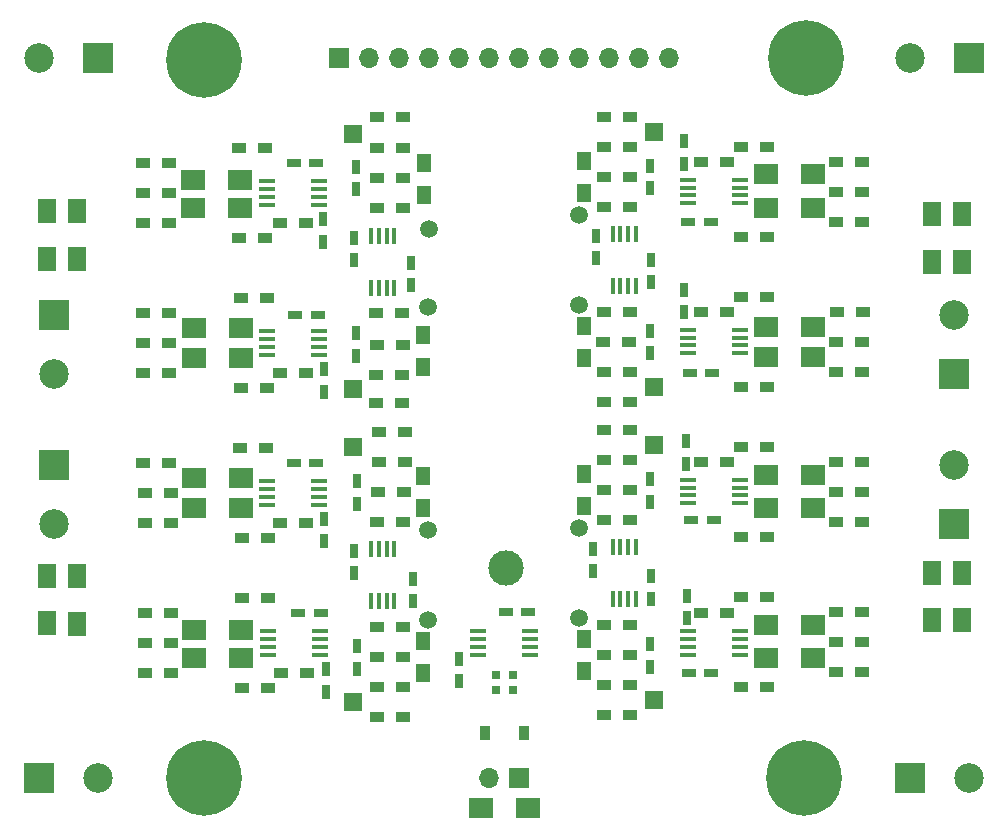
<source format=gbr>
G04 #@! TF.FileFunction,Soldermask,Top*
%FSLAX46Y46*%
G04 Gerber Fmt 4.6, Leading zero omitted, Abs format (unit mm)*
G04 Created by KiCad (PCBNEW 4.0.6) date Fri Mar 31 14:00:58 2017*
%MOMM*%
%LPD*%
G01*
G04 APERTURE LIST*
%ADD10C,0.088900*%
%ADD11R,1.450000X0.450000*%
%ADD12R,1.200000X0.900000*%
%ADD13R,1.600000X2.000000*%
%ADD14R,2.000000X1.700000*%
%ADD15R,1.200000X0.750000*%
%ADD16R,0.450000X1.450000*%
%ADD17R,0.900000X1.200000*%
%ADD18R,0.640000X0.700000*%
%ADD19R,1.700000X1.700000*%
%ADD20O,1.700000X1.700000*%
%ADD21C,6.400000*%
%ADD22R,1.500000X1.500000*%
%ADD23C,1.500000*%
%ADD24C,3.000000*%
%ADD25R,0.750000X1.200000*%
%ADD26R,1.300000X1.500000*%
%ADD27C,2.500000*%
%ADD28R,2.500000X2.500000*%
G04 APERTURE END LIST*
D10*
D11*
X147660000Y-126025000D03*
X147660000Y-126675000D03*
X147660000Y-127325000D03*
X147660000Y-127975000D03*
X152060000Y-127975000D03*
X152060000Y-127325000D03*
X152060000Y-126675000D03*
X152060000Y-126025000D03*
D12*
X169884999Y-105282997D03*
X172084999Y-105282997D03*
D13*
X113665000Y-90456000D03*
X113665000Y-94456000D03*
D12*
X121496000Y-86360000D03*
X119296000Y-86360000D03*
X130853000Y-104140000D03*
X133053000Y-104140000D03*
D14*
X127603000Y-113029999D03*
X123603000Y-113029999D03*
D15*
X133919000Y-111760000D03*
X132019000Y-111760000D03*
D12*
X119422999Y-124460000D03*
X121622999Y-124460000D03*
D16*
X140542080Y-119031548D03*
X139892080Y-119031548D03*
X139242080Y-119031548D03*
X138592080Y-119031548D03*
X138592080Y-123431548D03*
X139242080Y-123431548D03*
X139892080Y-123431548D03*
X140542080Y-123431548D03*
D11*
X169839999Y-102447998D03*
X169839999Y-101797998D03*
X169839999Y-101147998D03*
X169839999Y-100497998D03*
X165439999Y-100497998D03*
X165439999Y-101147998D03*
X165439999Y-101797998D03*
X165439999Y-102447998D03*
D12*
X177970001Y-124332999D03*
X180170001Y-124332999D03*
D17*
X151510000Y-134620000D03*
X148210000Y-134620000D03*
D18*
X150560000Y-129740500D03*
X149160000Y-129740500D03*
X149160000Y-130990500D03*
X150560000Y-130990500D03*
D19*
X151130000Y-138430000D03*
D20*
X148590000Y-138430000D03*
D21*
X175387000Y-77470000D03*
X124460000Y-77597000D03*
X175260000Y-138430000D03*
X124460000Y-138430000D03*
D19*
X135890001Y-77470000D03*
D20*
X138430001Y-77470000D03*
X140970001Y-77470000D03*
X143510001Y-77470000D03*
X146050001Y-77470000D03*
X148590001Y-77470000D03*
X151130001Y-77470000D03*
X153670001Y-77470000D03*
X156210001Y-77470000D03*
X158750001Y-77470000D03*
X161290001Y-77470000D03*
X163830001Y-77470000D03*
D22*
X137066180Y-83908953D03*
D23*
X143510000Y-91948000D03*
D22*
X137066180Y-105498947D03*
D23*
X143416182Y-98513948D03*
D22*
X137027087Y-110436549D03*
D23*
X143377082Y-117421552D03*
D22*
X137027082Y-132026546D03*
D23*
X143377082Y-125041550D03*
D22*
X162557509Y-131861607D03*
D23*
X156207512Y-124876607D03*
D22*
X162557511Y-110271612D03*
D23*
X156207510Y-117256614D03*
D22*
X162544473Y-105326266D03*
D23*
X156194471Y-98341265D03*
D22*
X162544471Y-83736263D03*
D23*
X156194478Y-90721268D03*
D14*
X151860000Y-140970000D03*
X147860000Y-140970000D03*
D24*
X149987000Y-120650000D03*
D12*
X160469469Y-87546264D03*
X158269469Y-87546264D03*
X158269472Y-90086264D03*
X160469472Y-90086264D03*
X169884999Y-92582997D03*
X172084999Y-92582997D03*
X177970000Y-88772999D03*
X180170000Y-88772999D03*
X177970002Y-86233001D03*
X180170002Y-86233001D03*
X160469476Y-85006261D03*
X158269476Y-85006261D03*
X158269472Y-82466266D03*
X160469472Y-82466266D03*
X168740000Y-86232999D03*
X166540000Y-86232999D03*
X172084999Y-84962997D03*
X169884999Y-84962997D03*
X180170001Y-91313001D03*
X177970001Y-91313001D03*
X160448973Y-101516263D03*
X158248973Y-101516263D03*
X158269474Y-98976268D03*
X160469474Y-98976268D03*
X177970002Y-101473004D03*
X180170002Y-101473004D03*
X178013000Y-98932998D03*
X180213000Y-98932998D03*
X160469476Y-104056265D03*
X158269476Y-104056265D03*
X158269470Y-106596266D03*
X160469470Y-106596266D03*
X168740000Y-98933002D03*
X166540000Y-98933002D03*
X172084999Y-97663000D03*
X169884999Y-97663000D03*
X180170000Y-104012999D03*
X177970000Y-104012999D03*
X160482513Y-114081614D03*
X158282513Y-114081614D03*
X158282508Y-116621613D03*
X160482508Y-116621613D03*
X169884999Y-117982997D03*
X172084999Y-117982997D03*
X177970000Y-114173000D03*
X180170000Y-114173000D03*
X177970002Y-111633001D03*
X180170002Y-111633001D03*
X160482508Y-111541613D03*
X158282508Y-111541613D03*
X158282515Y-109001612D03*
X160482515Y-109001612D03*
X168739999Y-111633002D03*
X166539999Y-111633002D03*
X172084999Y-110362997D03*
X169884999Y-110362997D03*
X180170002Y-116712999D03*
X177970002Y-116712999D03*
X160482508Y-128051611D03*
X158282508Y-128051611D03*
X158282509Y-125511613D03*
X160482509Y-125511613D03*
X169884999Y-130682997D03*
X172084999Y-130682997D03*
X177969999Y-126873000D03*
X180169999Y-126873000D03*
X160482509Y-130591608D03*
X158282509Y-130591608D03*
X158282516Y-133131611D03*
X160482516Y-133131611D03*
X168740000Y-124460000D03*
X166540000Y-124460000D03*
X172084999Y-123062999D03*
X169884999Y-123062999D03*
X180169998Y-129412999D03*
X177969998Y-129412999D03*
X139102082Y-128216547D03*
X141302082Y-128216547D03*
X141302084Y-125676549D03*
X139102084Y-125676549D03*
X129835000Y-123189999D03*
X127635000Y-123189999D03*
X121622999Y-127000001D03*
X119422999Y-127000001D03*
X121622997Y-129540001D03*
X119422997Y-129540001D03*
X139081585Y-130756548D03*
X141281585Y-130756548D03*
X141302082Y-133296546D03*
X139102082Y-133296546D03*
X130980000Y-129540000D03*
X133180000Y-129540000D03*
X127635000Y-130810003D03*
X129835000Y-130810003D03*
X139186086Y-114246552D03*
X141386086Y-114246552D03*
X141305515Y-116786549D03*
X139105515Y-116786549D03*
X129708002Y-110490006D03*
X127508002Y-110490006D03*
X121623001Y-114300002D03*
X119423001Y-114300002D03*
X121623000Y-116840000D03*
X119423000Y-116840000D03*
X139229081Y-111706552D03*
X141429081Y-111706552D03*
X141429083Y-109166550D03*
X139229083Y-109166550D03*
X130852999Y-116840002D03*
X133052999Y-116840002D03*
X127635001Y-118110002D03*
X129835001Y-118110002D03*
X119296000Y-111760001D03*
X121496000Y-111760001D03*
X121496000Y-101600000D03*
X119296000Y-101600000D03*
X121496000Y-104140000D03*
X119296000Y-104140000D03*
X119296000Y-99060000D03*
X121496000Y-99060000D03*
X139108000Y-87630000D03*
X141308000Y-87630000D03*
X141308000Y-90170000D03*
X139108000Y-90170000D03*
X121496000Y-88900000D03*
X119296000Y-88900000D03*
X141308000Y-82423000D03*
X139108000Y-82423000D03*
X130853000Y-91440000D03*
X133053000Y-91440000D03*
X127424000Y-92710000D03*
X129624000Y-92710000D03*
X139108000Y-85090000D03*
X141308000Y-85090000D03*
X138981000Y-104267000D03*
X141181000Y-104267000D03*
X141181000Y-106680000D03*
X138981000Y-106680000D03*
X129741000Y-97790000D03*
X127541000Y-97790000D03*
X141224000Y-99060000D03*
X139024000Y-99060000D03*
X139108000Y-101727000D03*
X141308000Y-101727000D03*
X129624000Y-85090000D03*
X127424000Y-85090000D03*
D11*
X169840000Y-89748000D03*
X169840000Y-89098000D03*
X169840000Y-88448000D03*
X169840000Y-87798000D03*
X165440000Y-87798000D03*
X165440000Y-88448000D03*
X165440000Y-89098000D03*
X165440000Y-89748000D03*
D16*
X159029472Y-96731264D03*
X159679472Y-96731264D03*
X160329472Y-96731264D03*
X160979472Y-96731264D03*
X160979472Y-92331264D03*
X160329472Y-92331264D03*
X159679472Y-92331264D03*
X159029472Y-92331264D03*
D11*
X169840000Y-115148000D03*
X169840000Y-114498000D03*
X169840000Y-113848000D03*
X169840000Y-113198000D03*
X165440000Y-113198000D03*
X165440000Y-113848000D03*
X165440000Y-114498000D03*
X165440000Y-115148000D03*
D16*
X159042507Y-123266609D03*
X159692507Y-123266609D03*
X160342507Y-123266609D03*
X160992507Y-123266609D03*
X160992507Y-118866609D03*
X160342507Y-118866609D03*
X159692507Y-118866609D03*
X159042507Y-118866609D03*
D11*
X169840001Y-127975000D03*
X169840001Y-127325000D03*
X169840001Y-126675000D03*
X169840001Y-126025000D03*
X165440001Y-126025000D03*
X165440001Y-126675000D03*
X165440001Y-127325000D03*
X165440001Y-127975000D03*
X129880000Y-126025000D03*
X129880000Y-126675000D03*
X129880000Y-127325000D03*
X129880000Y-127975000D03*
X134280000Y-127975000D03*
X134280000Y-127325000D03*
X134280000Y-126675000D03*
X134280000Y-126025000D03*
X129753001Y-113324999D03*
X129753001Y-113974999D03*
X129753001Y-114624999D03*
X129753001Y-115274999D03*
X134153001Y-115274999D03*
X134153001Y-114624999D03*
X134153001Y-113974999D03*
X134153001Y-113324999D03*
X129752999Y-87925000D03*
X129752999Y-88575000D03*
X129752999Y-89225000D03*
X129752999Y-89875000D03*
X134152999Y-89875000D03*
X134152999Y-89225000D03*
X134152999Y-88575000D03*
X134152999Y-87925000D03*
X129753002Y-100624998D03*
X129753002Y-101274998D03*
X129753002Y-101924998D03*
X129753002Y-102574998D03*
X134153002Y-102574998D03*
X134153002Y-101924998D03*
X134153002Y-101274998D03*
X134153002Y-100624998D03*
D16*
X140548000Y-92542000D03*
X139898000Y-92542000D03*
X139248000Y-92542000D03*
X138598000Y-92542000D03*
X138598000Y-96942000D03*
X139248000Y-96942000D03*
X139898000Y-96942000D03*
X140548000Y-96942000D03*
D25*
X146050000Y-130236000D03*
X146050000Y-128336000D03*
D15*
X151889499Y-124333000D03*
X149989499Y-124333000D03*
D25*
X162163472Y-86596264D03*
X162163472Y-88496264D03*
X162163477Y-102466268D03*
X162163477Y-100566268D03*
X157607000Y-92522000D03*
X157607000Y-94422000D03*
D15*
X165420000Y-91313000D03*
X167320000Y-91313000D03*
X165547000Y-104140000D03*
X167447000Y-104140000D03*
D25*
X162176513Y-113131612D03*
X162176513Y-115031612D03*
X162176511Y-129001607D03*
X162176511Y-127101607D03*
X157353000Y-119004000D03*
X157353000Y-120904000D03*
D15*
X165674000Y-116586000D03*
X167574000Y-116586000D03*
X165481000Y-129540000D03*
X167381000Y-129540000D03*
D25*
X137408080Y-129166551D03*
X137408080Y-127266551D03*
X137408081Y-113296548D03*
X137408081Y-115196548D03*
X142113000Y-123444000D03*
X142113000Y-121544000D03*
D15*
X134300000Y-124460000D03*
X132400000Y-124460000D03*
D25*
X137287000Y-86680000D03*
X137287000Y-88580000D03*
X141986000Y-96708000D03*
X141986000Y-94808000D03*
D15*
X134046000Y-99187000D03*
X132146000Y-99187000D03*
X133919000Y-86360000D03*
X132019000Y-86360000D03*
D25*
X137287000Y-102677000D03*
X137287000Y-100777000D03*
D13*
X111125000Y-94456000D03*
X111125000Y-90456000D03*
D26*
X143035178Y-89068953D03*
X143035178Y-86368953D03*
D14*
X127476000Y-90170000D03*
X123476000Y-90170000D03*
X127476000Y-87757000D03*
X123476000Y-87757000D03*
D26*
X143002000Y-100932000D03*
X143002000Y-103632000D03*
D14*
X127603000Y-102870000D03*
X123603000Y-102870000D03*
X127603000Y-100330000D03*
X123603000Y-100330000D03*
D25*
X134493000Y-93025000D03*
X134493000Y-91125000D03*
X134620000Y-105725000D03*
X134620000Y-103825000D03*
X137160000Y-94610000D03*
X137160000Y-92710000D03*
D13*
X111125000Y-121317000D03*
X111125000Y-125317000D03*
D26*
X142996080Y-115596549D03*
X142996080Y-112896549D03*
D14*
X127603002Y-115569998D03*
X123603002Y-115569998D03*
D26*
X142996082Y-126866550D03*
X142996082Y-129566550D03*
D14*
X127603000Y-128269998D03*
X123603000Y-128269998D03*
X127603000Y-125857002D03*
X123603000Y-125857002D03*
D25*
X134620000Y-118364000D03*
X134620000Y-116464000D03*
X134747000Y-131125000D03*
X134747000Y-129225000D03*
X137160000Y-121092000D03*
X137160000Y-119192000D03*
D13*
X113665000Y-125349000D03*
X113665000Y-121349000D03*
X188595000Y-121063000D03*
X188595000Y-125063000D03*
D26*
X156588514Y-126699110D03*
X156588514Y-129399110D03*
D14*
X171989999Y-125476000D03*
X175989999Y-125476000D03*
X171989998Y-128270000D03*
X175989998Y-128270000D03*
D26*
X156588505Y-115431611D03*
X156588505Y-112731611D03*
D14*
X171990000Y-112776000D03*
X175990000Y-112776000D03*
X171990001Y-115570000D03*
X175990001Y-115570000D03*
D25*
X165354000Y-123002000D03*
X165354000Y-124902000D03*
X165227000Y-109921000D03*
X165227000Y-111821000D03*
X162306000Y-121351000D03*
X162306000Y-123251000D03*
D13*
X186055000Y-125063000D03*
X186055000Y-121063000D03*
X188595000Y-94710000D03*
X188595000Y-90710000D03*
D26*
X156575472Y-100166269D03*
X156575472Y-102866269D03*
D14*
X171989998Y-100203001D03*
X175989998Y-100203001D03*
X171990001Y-102742998D03*
X175990001Y-102742998D03*
D26*
X156575475Y-88896266D03*
X156575475Y-86196266D03*
D14*
X171990000Y-87249000D03*
X175990000Y-87249000D03*
X171990001Y-90170000D03*
X175990001Y-90170000D03*
D25*
X165100000Y-97094000D03*
X165100000Y-98994000D03*
X165100000Y-84521000D03*
X165100000Y-86421000D03*
X162306000Y-94554000D03*
X162306000Y-96454000D03*
D13*
X186055000Y-90710000D03*
X186055000Y-94710000D03*
D12*
X119296000Y-91440000D03*
X121496000Y-91440000D03*
X127551000Y-105410000D03*
X129751000Y-105410000D03*
D27*
X184230000Y-77470000D03*
D28*
X189230000Y-77470000D03*
D27*
X187960000Y-99186998D03*
D28*
X187960000Y-104186998D03*
D27*
X189230000Y-138430000D03*
D28*
X184230000Y-138430000D03*
D27*
X115443000Y-138430000D03*
D28*
X110443000Y-138430000D03*
D27*
X111759998Y-116887001D03*
D28*
X111759998Y-111887001D03*
D27*
X111760000Y-104187000D03*
D28*
X111760000Y-99187000D03*
D27*
X110443000Y-77470000D03*
D28*
X115443000Y-77470000D03*
D27*
X187959999Y-111887001D03*
D28*
X187959999Y-116887001D03*
M02*

</source>
